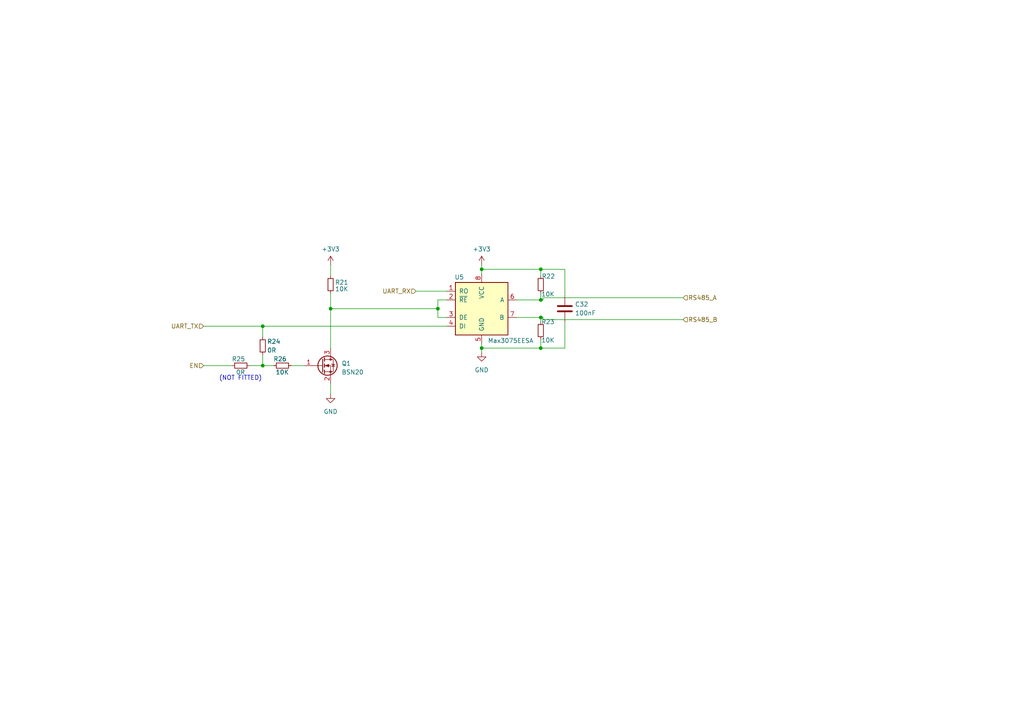
<source format=kicad_sch>
(kicad_sch (version 20231120) (generator "eeschema") (generator_version "8.0")
  (paper "A4")
  (lib_symbols
    (symbol "Device:C" (pin_numbers hide) (pin_names (offset 0.254))
      (property "Reference" "C" (at 0.635 2.54 0))
      (property "Value" "C" (at 0.635 -2.54 0))
      (symbol "C_0_1"
        (polyline (pts (xy -2.032 -0.762) (xy 2.032 -0.762)) (stroke (width 0.508)))
        (polyline (pts (xy -2.032 0.762) (xy 2.032 0.762)) (stroke (width 0.508)))
      )
      (symbol "C_1_1"
        (pin passive line (at 0 3.81 270) (length 2.794) (name "~") (number "1"))
        (pin passive line (at 0 -3.81 90) (length 2.794) (name "~") (number "2"))
      )
    )
    (symbol "Device:R_Small" (pin_numbers hide) (pin_names (offset 0.254) hide)
      (property "Reference" "R" (at 0.762 0.508 0))
      (property "Value" "R_Small" (at 0.762 -1.016 0))
      (symbol "R_Small_0_1"
        (rectangle (start -0.762 1.778) (end 0.762 -1.778) (stroke (width 0.2032)))
      )
      (symbol "R_Small_1_1"
        (pin passive line (at 0 2.54 270) (length 0.762) (name "~") (number "1"))
        (pin passive line (at 0 -2.54 90) (length 0.762) (name "~") (number "2"))
      )
    )
    (symbol "Interface_UART:MAX3075E" (pin_names (offset 1.016))
      (property "Reference" "U" (at -7.62 8.89 0))
      (property "Value" "MAX3075E" (at 2.54 8.89 0))
      (symbol "MAX3075E_0_1"
        (rectangle (start -7.62 7.62) (end 7.62 -7.62) (stroke (width 0.254)) (fill (type background)))
      )
      (symbol "MAX3075E_1_1"
        (pin output line (at -10.16 5.08 0) (length 2.54) (name "RO") (number "1"))
        (pin input line (at -10.16 2.54 0) (length 2.54) (name "~{RE}") (number "2"))
        (pin input line (at -10.16 -2.54 0) (length 2.54) (name "DE") (number "3"))
        (pin input line (at -10.16 -5.08 0) (length 2.54) (name "DI") (number "4"))
        (pin power_in line (at 0 -10.16 90) (length 2.54) (name "GND") (number "5"))
        (pin bidirectional line (at 10.16 2.54 180) (length 2.54) (name "A") (number "6"))
        (pin bidirectional line (at 10.16 -2.54 180) (length 2.54) (name "B") (number "7"))
        (pin power_in line (at 0 10.16 270) (length 2.54) (name "VCC") (number "8"))
      )
    )
    (symbol "Transistor_FET:BSN20" (pin_names hide)
      (property "Reference" "Q" (at 5.08 1.905 0))
      (property "Value" "BSN20" (at 5.08 0 0))
      (symbol "BSN20_0_1"
        (polyline (pts (xy 0.254 0) (xy -2.54 0)))
        (polyline (pts (xy 0.254 1.905) (xy 0.254 -1.905)) (stroke (width 0.254)))
        (polyline (pts (xy 0.762 -1.27) (xy 0.762 -2.286)) (stroke (width 0.254)))
        (polyline (pts (xy 0.762 0.508) (xy 0.762 -0.508)) (stroke (width 0.254)))
        (polyline (pts (xy 0.762 2.286) (xy 0.762 1.27)) (stroke (width 0.254)))
        (polyline (pts (xy 2.54 2.54) (xy 2.54 1.778)))
        (polyline (pts (xy 2.54 -2.54) (xy 2.54 0) (xy 0.762 0)))
        (polyline (pts (xy 0.762 -1.778) (xy 3.302 -1.778) (xy 3.302 1.778) (xy 0.762 1.778)))
        (polyline (pts (xy 1.016 0) (xy 2.032 0.381) (xy 2.032 -0.381) (xy 1.016 0)) (fill (type outline)))
        (polyline (pts (xy 2.794 0.508) (xy 2.921 0.381) (xy 3.683 0.381) (xy 3.81 0.254)))
        (polyline (pts (xy 3.302 0.381) (xy 2.921 -0.254) (xy 3.683 -0.254) (xy 3.302 0.381)))
        (circle (center 1.651 0) (radius 2.794) (stroke (width 0.254)))
        (circle (center 2.54 -1.778) (radius 0.254) (fill (type outline)))
        (circle (center 2.54 1.778) (radius 0.254) (fill (type outline)))
      )
      (symbol "BSN20_1_1"
        (pin input line (at -5.08 0 0) (length 2.54) (name "G") (number "1"))
        (pin passive line (at 2.54 -5.08 90) (length 2.54) (name "S") (number "2"))
        (pin passive line (at 2.54 5.08 270) (length 2.54) (name "D") (number "3"))
      )
    )
    (symbol "power:+3V3" (power) (pin_names (offset 0))
      (property "Value" "+3V3" (at 0 3.556 0))
      (symbol "+3V3_0_1"
        (polyline (pts (xy -0.762 1.27) (xy 0 2.54)))
        (polyline (pts (xy 0 0) (xy 0 2.54)))
        (polyline (pts (xy 0 2.54) (xy 0.762 1.27)))
      )
      (symbol "+3V3_1_1"
        (pin power_in line (at 0 0 90) (length 0) hide (name "+3V3") (number "1"))
      )
    )
    (symbol "power:GND" (power) (pin_names (offset 0))
      (property "Value" "GND" (at 0 -3.81 0))
      (symbol "GND_0_1"
        (polyline (pts (xy 0 0) (xy 0 -1.27) (xy 1.27 -1.27) (xy 0 -2.54) (xy -1.27 -1.27) (xy 0 -1.27)))
      )
      (symbol "GND_1_1"
        (pin power_in line (at 0 0 270) (length 0) hide (name "GND") (number "1"))
      )
    )
  )
  (junction (at 127 89.535))
  (junction (at 76.2 106.045))
  (junction (at 139.7 100.965))
  (junction (at 76.2 94.615))
  (junction (at 95.885 89.535))
  (junction (at 156.845 92.075))
  (junction (at 139.7 78.105))
  (junction (at 156.845 78.105))
  (junction (at 156.845 86.995))
  (junction (at 156.845 100.965))
  (wire (pts (xy 76.2 102.87) (xy 76.2 106.045)))
  (wire (pts (xy 156.845 80.01) (xy 156.845 78.105)))
  (wire (pts (xy 139.7 78.105) (xy 139.7 79.375)))
  (wire (pts (xy 95.885 85.09) (xy 95.885 89.535)))
  (wire (pts (xy 72.39 106.045) (xy 76.2 106.045)))
  (wire (pts (xy 149.86 92.075) (xy 156.845 92.075)))
  (wire (pts (xy 120.65 84.455) (xy 129.54 84.455)))
  (wire (pts (xy 157.48 86.36) (xy 157.48 86.995)))
  (wire (pts (xy 129.54 86.995) (xy 127 86.995)))
  (wire (pts (xy 149.86 86.995) (xy 156.845 86.995)))
  (wire (pts (xy 156.845 85.09) (xy 156.845 86.995)))
  (wire (pts (xy 95.885 76.835) (xy 95.885 80.01)))
  (wire (pts (xy 59.055 106.045) (xy 67.31 106.045)))
  (wire (pts (xy 157.48 86.995) (xy 156.845 86.995)))
  (wire (pts (xy 163.83 85.725) (xy 163.83 78.105)))
  (wire (pts (xy 84.455 106.045) (xy 88.265 106.045)))
  (wire (pts (xy 156.845 100.965) (xy 139.7 100.965)))
  (wire (pts (xy 157.48 86.36) (xy 198.12 86.36)))
  (wire (pts (xy 76.2 94.615) (xy 76.2 97.79)))
  (wire (pts (xy 156.845 98.425) (xy 156.845 100.965)))
  (wire (pts (xy 156.845 92.075) (xy 156.845 93.345)))
  (wire (pts (xy 76.2 106.045) (xy 79.375 106.045)))
  (wire (pts (xy 127 86.995) (xy 127 89.535)))
  (wire (pts (xy 157.48 92.71) (xy 198.12 92.71)))
  (wire (pts (xy 95.885 89.535) (xy 95.885 100.965)))
  (wire (pts (xy 76.2 94.615) (xy 129.54 94.615)))
  (wire (pts (xy 95.885 89.535) (xy 127 89.535)))
  (wire (pts (xy 127 89.535) (xy 127 92.075)))
  (wire (pts (xy 139.7 78.105) (xy 156.845 78.105)))
  (wire (pts (xy 139.7 76.835) (xy 139.7 78.105)))
  (wire (pts (xy 157.48 92.71) (xy 157.48 92.075)))
  (wire (pts (xy 163.83 93.345) (xy 163.83 100.965)))
  (wire (pts (xy 139.7 100.965) (xy 139.7 102.235)))
  (wire (pts (xy 157.48 92.075) (xy 156.845 92.075)))
  (wire (pts (xy 127 92.075) (xy 129.54 92.075)))
  (wire (pts (xy 163.83 78.105) (xy 156.845 78.105)))
  (wire (pts (xy 139.7 99.695) (xy 139.7 100.965)))
  (wire (pts (xy 163.83 100.965) (xy 156.845 100.965)))
  (wire (pts (xy 59.055 94.615) (xy 76.2 94.615)))
  (wire (pts (xy 95.885 111.125) (xy 95.885 114.3)))
  (text "(NOT FITTED)" (at 63.5 110.49 0) (effects (font (size 1.27 1.27)) (justify left bottom)))
  (hierarchical_label "UART_RX" (shape input) (at 120.65 84.455 180))
  (hierarchical_label "EN" (shape input) (at 59.055 106.045 180))
  (hierarchical_label "UART_TX" (shape input) (at 59.055 94.615 180))
  (hierarchical_label "RS485_B" (shape input) (at 198.12 92.71 0))
  (hierarchical_label "RS485_A" (shape input) (at 198.12 86.36 0))
  (symbol (lib_id "Transistor_FET:BSN20") (at 93.345 106.045 0) (unit 1)
    (property "Reference" "Q1" (at 99.06 105.41 0) (effects (justify left)))
    (property "Value" "BSN20" (at 99.06 107.95 0) (effects (justify left)))
    (property "Footprint" "Package_TO_SOT_SMD:SOT-23" (effects (hide yes)))
    (property "Datasheet" "http://www.diodes.com/assets/Datasheets/ds31898.pdf" (effects (hide yes)))
    (property "Digikey" "BSN20-7DITR-ND" (effects (hide yes)))
  )
  (symbol (lib_id "Device:R_Small") (at 76.2 100.33 0) (unit 1)
    (property "Reference" "R24" (at 77.47 99.06 0) (effects (justify left)))
    (property "Value" "0R" (at 77.47 101.6 0) (effects (justify left)))
    (property "Footprint" "Resistor_SMD:R_0402_1005Metric" (effects (hide yes)))
  )
  (symbol (lib_id "Device:R_Small") (at 95.885 82.55 0) (unit 1)
    (property "Reference" "R21" (at 97.155 81.915 0) (effects (justify left)))
    (property "Value" "10K" (at 97.155 83.82 0) (effects (justify left)))
    (property "Footprint" "Resistor_SMD:R_0402_1005Metric" (effects (hide yes)))
  )
  (symbol (lib_id "Interface_UART:MAX3075E") (at 139.7 89.535 0) (unit 1)
    (property "Reference" "U5" (at 131.826 80.391 0) (effects (justify left)))
    (property "Value" "Max3075EESA" (at 141.478 98.806 0) (effects (justify left)))
    (property "Footprint" "Package_SO:SOIC-8_3.9x4.9mm_P1.27mm" (effects (hide yes)))
    (property "Datasheet" "https://datasheets.maximintegrated.com/en/ds/MAX3070E-MAX3079E.pdf" (effects (hide yes)))
    (property "Digikey" "MAX3075EESA+-ND" (effects (hide yes)))
  )
  (symbol (lib_id "Device:R_Small") (at 156.845 82.55 0) (unit 1)
    (property "Reference" "R22" (at 157.099 80.137 0) (effects (justify left)))
    (property "Value" "10K" (at 156.972 85.344 0) (effects (justify left)))
    (property "Footprint" "Resistor_SMD:R_0402_1005Metric" (effects (hide yes)))
  )
  (symbol (lib_id "power:+3V3") (at 95.885 76.835 0) (unit 1)
    (property "Reference" "#PWR047" (effects (hide yes)))
    (property "Value" "+3V3" (at 95.885 72.263 0))
  )
  (symbol (lib_id "Device:R_Small") (at 69.85 106.045 90) (unit 1)
    (property "Reference" "R25" (at 71.12 104.14 90) (effects (justify left)))
    (property "Value" "0R" (at 71.12 107.95 90) (effects (justify left)))
    (property "Footprint" "Resistor_SMD:R_0402_1005Metric" (effects (hide yes)))
  )
  (symbol (lib_id "Device:R_Small") (at 81.915 106.045 90) (unit 1)
    (property "Reference" "R26" (at 83.185 104.14 90) (effects (justify left)))
    (property "Value" "10K" (at 83.82 107.95 90) (effects (justify left)))
    (property "Footprint" "Resistor_SMD:R_0402_1005Metric" (effects (hide yes)))
  )
  (symbol (lib_id "power:+3V3") (at 139.7 76.835 0) (unit 1)
    (property "Reference" "#PWR048" (effects (hide yes)))
    (property "Value" "+3V3" (at 139.7 72.263 0))
  )
  (symbol (lib_id "Device:R_Small") (at 156.845 95.885 0) (unit 1)
    (property "Reference" "R23" (at 156.972 93.345 0) (effects (justify left)))
    (property "Value" "10K" (at 156.972 98.679 0) (effects (justify left)))
    (property "Footprint" "Resistor_SMD:R_0402_1005Metric" (effects (hide yes)))
  )
  (symbol (lib_id "Device:C") (at 163.83 89.535 0) (unit 1)
    (property "Reference" "C32" (at 166.751 88.2649 0) (effects (justify left)))
    (property "Value" "100nF" (at 166.751 90.8049 0) (effects (justify left)))
    (property "Footprint" "Capacitor_SMD:C_0402_1005Metric" (effects (hide yes)))
  )
  (symbol (lib_id "power:GND") (at 95.885 114.3 0) (unit 1)
    (property "Reference" "#PWR050" (effects (hide yes)))
    (property "Value" "GND" (at 95.885 119.38 0))
  )
  (symbol (lib_id "power:GND") (at 139.7 102.235 0) (unit 1)
    (property "Reference" "#PWR049" (effects (hide yes)))
    (property "Value" "GND" (at 139.7 107.315 0))
  )
)
</source>
